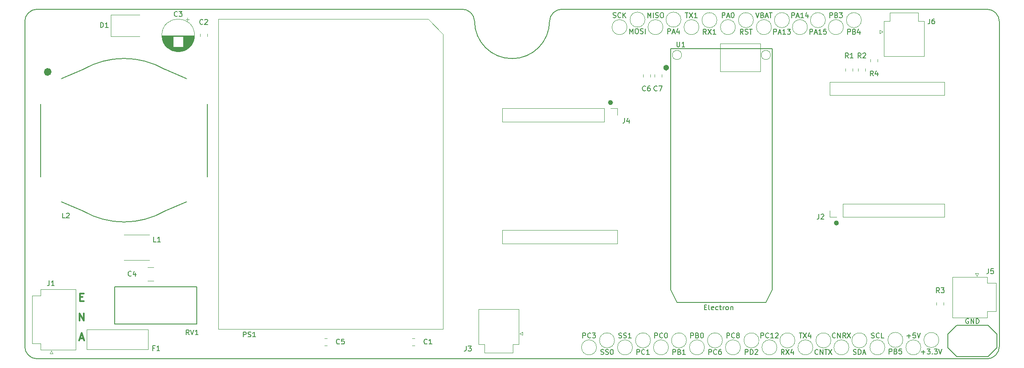
<source format=gbr>
%TF.GenerationSoftware,KiCad,Pcbnew,5.0.1*%
%TF.CreationDate,2018-10-23T16:01:19+11:00*%
%TF.ProjectId,FP1,4650312E6B696361645F706362000000,0.1*%
%TF.SameCoordinates,Original*%
%TF.FileFunction,Legend,Top*%
%TF.FilePolarity,Positive*%
%FSLAX46Y46*%
G04 Gerber Fmt 4.6, Leading zero omitted, Abs format (unit mm)*
G04 Created by KiCad (PCBNEW 5.0.1) date Tue 23 Oct 2018 04:01:19 PM AEDT*
%MOMM*%
%LPD*%
G01*
G04 APERTURE LIST*
%ADD10C,0.150000*%
%ADD11C,0.300000*%
%ADD12C,0.200000*%
%ADD13C,0.120000*%
%ADD14C,0.075000*%
%ADD15C,0.500000*%
%ADD16C,0.600000*%
%ADD17C,0.800000*%
%ADD18C,0.100000*%
G04 APERTURE END LIST*
D10*
X240100000Y-59500000D02*
G75*
G03X237599981Y-56999981I-2500019J0D01*
G01*
X237599981Y-127000019D02*
G75*
G03X240100000Y-124500000I0J2500019D01*
G01*
X45099981Y-124500000D02*
G75*
G03X47600000Y-127000019I2500019J0D01*
G01*
X45099981Y-59500000D02*
G75*
G02X47600000Y-56999981I2500019J0D01*
G01*
X135098002Y-59400080D02*
G75*
G03X132599981Y-56999981I-2498021J-99920D01*
G01*
X150101622Y-59409986D02*
G75*
G02X152600019Y-57000000I2498397J-90033D01*
G01*
D11*
X56158571Y-114632857D02*
X56658571Y-114632857D01*
X56872857Y-115418571D02*
X56158571Y-115418571D01*
X56158571Y-113918571D01*
X56872857Y-113918571D01*
X56051428Y-119378571D02*
X56051428Y-117878571D01*
X56908571Y-119378571D01*
X56908571Y-117878571D01*
X56122857Y-122910000D02*
X56837142Y-122910000D01*
X55980000Y-123338571D02*
X56480000Y-121838571D01*
X56980000Y-123338571D01*
D10*
X150100000Y-59400000D02*
G75*
G02X135100000Y-59400000I-7500000J0D01*
G01*
X237620000Y-57000000D02*
X152580000Y-57000000D01*
X45100000Y-124540000D02*
X45100000Y-59460000D01*
X47610000Y-57000000D02*
X132630000Y-57000000D01*
X240100000Y-124530000D02*
X240100000Y-59490000D01*
X47570000Y-127000000D02*
X237630000Y-127000000D01*
D12*
X229820000Y-122040000D02*
X231600000Y-120260000D01*
X231610000Y-126540000D02*
X229820000Y-124750000D01*
X231600000Y-120260000D02*
X237860000Y-120260000D01*
X239650000Y-124750000D02*
X237860000Y-126540000D01*
X239650000Y-122050000D02*
X239650000Y-124750000D01*
X237860000Y-126540000D02*
X231610000Y-126540000D01*
X237860000Y-120260000D02*
X239650000Y-122050000D01*
X229820000Y-124750000D02*
X229820000Y-122050000D01*
D13*
X235900000Y-109840000D02*
X235600000Y-110440000D01*
X235300000Y-109840000D02*
X235900000Y-109840000D01*
X235600000Y-110440000D02*
X235300000Y-109840000D01*
X230690000Y-118720000D02*
X230690000Y-110640000D01*
X237710000Y-118720000D02*
X230690000Y-118720000D01*
X237710000Y-117520000D02*
X237710000Y-118720000D01*
X239410000Y-117520000D02*
X237710000Y-117520000D01*
X239410000Y-111840000D02*
X239410000Y-117520000D01*
X237710000Y-111840000D02*
X239410000Y-111840000D01*
X237710000Y-110640000D02*
X237710000Y-111840000D01*
X230690000Y-110640000D02*
X237710000Y-110640000D01*
X216980000Y-66430000D02*
X216980000Y-59410000D01*
X216980000Y-59410000D02*
X218180000Y-59410000D01*
X218180000Y-59410000D02*
X218180000Y-57710000D01*
X218180000Y-57710000D02*
X223860000Y-57710000D01*
X223860000Y-57710000D02*
X223860000Y-59410000D01*
X223860000Y-59410000D02*
X225060000Y-59410000D01*
X225060000Y-59410000D02*
X225060000Y-66430000D01*
X225060000Y-66430000D02*
X216980000Y-66430000D01*
X216780000Y-61520000D02*
X216180000Y-61820000D01*
X216180000Y-61820000D02*
X216180000Y-61220000D01*
X216180000Y-61220000D02*
X216780000Y-61520000D01*
X227550000Y-115681422D02*
X227550000Y-116198578D01*
X228970000Y-115681422D02*
X228970000Y-116198578D01*
X215710000Y-67001422D02*
X215710000Y-67518578D01*
X214290000Y-67001422D02*
X214290000Y-67518578D01*
D14*
X57460000Y-125090000D02*
X57460000Y-121090000D01*
X69760000Y-121090000D02*
X69760000Y-125090000D01*
X69760000Y-121090000D02*
X57460000Y-121090000D01*
X69760000Y-125090000D02*
X57460000Y-125090000D01*
D15*
X162550000Y-75700000D02*
G75*
G03X162550000Y-75700000I-250000J0D01*
G01*
D13*
X140660000Y-101260000D02*
X140660000Y-103920000D01*
X163660000Y-103920000D02*
X140660000Y-103920000D01*
X163660000Y-101260000D02*
X140660000Y-101260000D01*
X163660000Y-101260000D02*
X163660000Y-103890000D01*
X161040000Y-76860000D02*
X161040000Y-79520000D01*
X161040000Y-76860000D02*
X140660000Y-76860000D01*
X161040000Y-79520000D02*
X140660000Y-79520000D01*
X140660000Y-76860000D02*
X140660000Y-79520000D01*
X163640000Y-76860000D02*
X163640000Y-78190000D01*
X162310000Y-76860000D02*
X163640000Y-76860000D01*
D16*
X173724429Y-68710000D02*
G75*
G03X173724429Y-68710000I-284429J0D01*
G01*
D14*
X194311358Y-66170000D02*
G75*
G03X194311358Y-66170000I-921358J0D01*
G01*
X176531358Y-66170000D02*
G75*
G03X176531358Y-66170000I-921358J0D01*
G01*
X184260000Y-63900000D02*
X192260000Y-63900000D01*
X184260000Y-63900000D02*
X184260000Y-69500000D01*
X184260000Y-69500000D02*
X192260000Y-69500000D01*
X192260000Y-63900000D02*
X192260000Y-69500000D01*
D10*
X174340000Y-64900000D02*
X194660000Y-64900000D01*
X174340000Y-64900000D02*
X174340000Y-113160000D01*
X194660000Y-64900000D02*
X194660000Y-113160000D01*
X175610000Y-115700000D02*
X193390000Y-115700000D01*
X174340000Y-113160000D02*
X175610000Y-115700000D01*
X194660000Y-113160000D02*
X193390000Y-115700000D01*
D15*
X207750000Y-99800000D02*
G75*
G03X207750000Y-99800000I-250000J0D01*
G01*
D13*
X229140000Y-74240000D02*
X229140000Y-71580000D01*
X206140000Y-71580000D02*
X229140000Y-71580000D01*
X206140000Y-74240000D02*
X229140000Y-74240000D01*
X206140000Y-74240000D02*
X206140000Y-71610000D01*
X208760000Y-98640000D02*
X208760000Y-95980000D01*
X208760000Y-98640000D02*
X229140000Y-98640000D01*
X208760000Y-95980000D02*
X229140000Y-95980000D01*
X229140000Y-98640000D02*
X229140000Y-95980000D01*
X206160000Y-98640000D02*
X206160000Y-97310000D01*
X207490000Y-98640000D02*
X206160000Y-98640000D01*
X177500000Y-123300000D02*
G75*
G03X177500000Y-123300000I-1500000J0D01*
G01*
X159500000Y-124700000D02*
G75*
G03X159500000Y-124700000I-1500000J0D01*
G01*
X181100000Y-124700000D02*
G75*
G03X181100000Y-124700000I-1500000J0D01*
G01*
X173900000Y-124700000D02*
G75*
G03X173900000Y-124700000I-1500000J0D01*
G01*
X188300000Y-124700000D02*
G75*
G03X188300000Y-124700000I-1500000J0D01*
G01*
X166700000Y-124700000D02*
G75*
G03X166700000Y-124700000I-1500000J0D01*
G01*
X170300000Y-123300000D02*
G75*
G03X170300000Y-123300000I-1500000J0D01*
G01*
X163100000Y-123300000D02*
G75*
G03X163100000Y-123300000I-1500000J0D01*
G01*
X184700000Y-123300000D02*
G75*
G03X184700000Y-123300000I-1500000J0D01*
G01*
X195600000Y-124700000D02*
G75*
G03X195600000Y-124700000I-1500000J0D01*
G01*
X199200000Y-123300000D02*
G75*
G03X199200000Y-123300000I-1500000J0D01*
G01*
X213600000Y-123300000D02*
G75*
G03X213600000Y-123300000I-1500000J0D01*
G01*
X210000000Y-124700000D02*
G75*
G03X210000000Y-124700000I-1500000J0D01*
G01*
X206400000Y-123300000D02*
G75*
G03X206400000Y-123300000I-1500000J0D01*
G01*
X217200000Y-124700000D02*
G75*
G03X217200000Y-124700000I-1500000J0D01*
G01*
X192000000Y-123300000D02*
G75*
G03X192000000Y-123300000I-1500000J0D01*
G01*
X202800000Y-124700000D02*
G75*
G03X202800000Y-124700000I-1500000J0D01*
G01*
X224400000Y-124700000D02*
G75*
G03X224400000Y-124700000I-1500000J0D01*
G01*
X220800000Y-123200000D02*
G75*
G03X220800000Y-123200000I-1500000J0D01*
G01*
X228000000Y-123220000D02*
G75*
G03X228000000Y-123220000I-1500000J0D01*
G01*
X208900000Y-60600000D02*
G75*
G03X208900000Y-60600000I-1500000J0D01*
G01*
X201700000Y-60600000D02*
G75*
G03X201700000Y-60600000I-1500000J0D01*
G01*
X212500000Y-59200000D02*
G75*
G03X212500000Y-59200000I-1500000J0D01*
G01*
X198100000Y-59200000D02*
G75*
G03X198100000Y-59200000I-1500000J0D01*
G01*
X205300000Y-59200000D02*
G75*
G03X205300000Y-59200000I-1500000J0D01*
G01*
X172800000Y-60600000D02*
G75*
G03X172800000Y-60600000I-1500000J0D01*
G01*
X169200000Y-59100000D02*
G75*
G03X169200000Y-59100000I-1500000J0D01*
G01*
X194500000Y-60600000D02*
G75*
G03X194500000Y-60600000I-1500000J0D01*
G01*
X190900000Y-59200000D02*
G75*
G03X190900000Y-59200000I-1500000J0D01*
G01*
X165600000Y-60600000D02*
G75*
G03X165600000Y-60600000I-1500000J0D01*
G01*
X176400000Y-59100000D02*
G75*
G03X176400000Y-59100000I-1500000J0D01*
G01*
X180000000Y-60600000D02*
G75*
G03X180000000Y-60600000I-1500000J0D01*
G01*
X183600000Y-59200000D02*
G75*
G03X183600000Y-59200000I-1500000J0D01*
G01*
X187300000Y-60600000D02*
G75*
G03X187300000Y-60600000I-1500000J0D01*
G01*
X77954000Y-59064759D02*
X77324000Y-59064759D01*
X77639000Y-58749759D02*
X77639000Y-59379759D01*
X76202000Y-65491000D02*
X75398000Y-65491000D01*
X76433000Y-65451000D02*
X75167000Y-65451000D01*
X76602000Y-65411000D02*
X74998000Y-65411000D01*
X76740000Y-65371000D02*
X74860000Y-65371000D01*
X76859000Y-65331000D02*
X74741000Y-65331000D01*
X76965000Y-65291000D02*
X74635000Y-65291000D01*
X77062000Y-65251000D02*
X74538000Y-65251000D01*
X77150000Y-65211000D02*
X74450000Y-65211000D01*
X77232000Y-65171000D02*
X74368000Y-65171000D01*
X77309000Y-65131000D02*
X74291000Y-65131000D01*
X77381000Y-65091000D02*
X74219000Y-65091000D01*
X77450000Y-65051000D02*
X74150000Y-65051000D01*
X77514000Y-65011000D02*
X74086000Y-65011000D01*
X77576000Y-64971000D02*
X74024000Y-64971000D01*
X77634000Y-64931000D02*
X73966000Y-64931000D01*
X77690000Y-64891000D02*
X73910000Y-64891000D01*
X77744000Y-64851000D02*
X73856000Y-64851000D01*
X77795000Y-64811000D02*
X73805000Y-64811000D01*
X77844000Y-64771000D02*
X73756000Y-64771000D01*
X77892000Y-64731000D02*
X73708000Y-64731000D01*
X77937000Y-64691000D02*
X73663000Y-64691000D01*
X77982000Y-64651000D02*
X73618000Y-64651000D01*
X78024000Y-64611000D02*
X73576000Y-64611000D01*
X78065000Y-64571000D02*
X73535000Y-64571000D01*
X74760000Y-64531000D02*
X73495000Y-64531000D01*
X78105000Y-64531000D02*
X76840000Y-64531000D01*
X74760000Y-64491000D02*
X73457000Y-64491000D01*
X78143000Y-64491000D02*
X76840000Y-64491000D01*
X74760000Y-64451000D02*
X73420000Y-64451000D01*
X78180000Y-64451000D02*
X76840000Y-64451000D01*
X74760000Y-64411000D02*
X73384000Y-64411000D01*
X78216000Y-64411000D02*
X76840000Y-64411000D01*
X74760000Y-64371000D02*
X73350000Y-64371000D01*
X78250000Y-64371000D02*
X76840000Y-64371000D01*
X74760000Y-64331000D02*
X73316000Y-64331000D01*
X78284000Y-64331000D02*
X76840000Y-64331000D01*
X74760000Y-64291000D02*
X73284000Y-64291000D01*
X78316000Y-64291000D02*
X76840000Y-64291000D01*
X74760000Y-64251000D02*
X73252000Y-64251000D01*
X78348000Y-64251000D02*
X76840000Y-64251000D01*
X74760000Y-64211000D02*
X73222000Y-64211000D01*
X78378000Y-64211000D02*
X76840000Y-64211000D01*
X74760000Y-64171000D02*
X73193000Y-64171000D01*
X78407000Y-64171000D02*
X76840000Y-64171000D01*
X74760000Y-64131000D02*
X73164000Y-64131000D01*
X78436000Y-64131000D02*
X76840000Y-64131000D01*
X74760000Y-64091000D02*
X73136000Y-64091000D01*
X78464000Y-64091000D02*
X76840000Y-64091000D01*
X74760000Y-64051000D02*
X73110000Y-64051000D01*
X78490000Y-64051000D02*
X76840000Y-64051000D01*
X74760000Y-64011000D02*
X73084000Y-64011000D01*
X78516000Y-64011000D02*
X76840000Y-64011000D01*
X74760000Y-63971000D02*
X73058000Y-63971000D01*
X78542000Y-63971000D02*
X76840000Y-63971000D01*
X74760000Y-63931000D02*
X73034000Y-63931000D01*
X78566000Y-63931000D02*
X76840000Y-63931000D01*
X74760000Y-63891000D02*
X73010000Y-63891000D01*
X78590000Y-63891000D02*
X76840000Y-63891000D01*
X74760000Y-63851000D02*
X72988000Y-63851000D01*
X78612000Y-63851000D02*
X76840000Y-63851000D01*
X74760000Y-63811000D02*
X72966000Y-63811000D01*
X78634000Y-63811000D02*
X76840000Y-63811000D01*
X74760000Y-63771000D02*
X72944000Y-63771000D01*
X78656000Y-63771000D02*
X76840000Y-63771000D01*
X74760000Y-63731000D02*
X72924000Y-63731000D01*
X78676000Y-63731000D02*
X76840000Y-63731000D01*
X74760000Y-63691000D02*
X72904000Y-63691000D01*
X78696000Y-63691000D02*
X76840000Y-63691000D01*
X74760000Y-63651000D02*
X72884000Y-63651000D01*
X78716000Y-63651000D02*
X76840000Y-63651000D01*
X74760000Y-63611000D02*
X72866000Y-63611000D01*
X78734000Y-63611000D02*
X76840000Y-63611000D01*
X74760000Y-63571000D02*
X72848000Y-63571000D01*
X78752000Y-63571000D02*
X76840000Y-63571000D01*
X74760000Y-63531000D02*
X72830000Y-63531000D01*
X78770000Y-63531000D02*
X76840000Y-63531000D01*
X74760000Y-63491000D02*
X72814000Y-63491000D01*
X78786000Y-63491000D02*
X76840000Y-63491000D01*
X74760000Y-63451000D02*
X72798000Y-63451000D01*
X78802000Y-63451000D02*
X76840000Y-63451000D01*
X74760000Y-63411000D02*
X72782000Y-63411000D01*
X78818000Y-63411000D02*
X76840000Y-63411000D01*
X74760000Y-63371000D02*
X72767000Y-63371000D01*
X78833000Y-63371000D02*
X76840000Y-63371000D01*
X74760000Y-63331000D02*
X72753000Y-63331000D01*
X78847000Y-63331000D02*
X76840000Y-63331000D01*
X74760000Y-63291000D02*
X72739000Y-63291000D01*
X78861000Y-63291000D02*
X76840000Y-63291000D01*
X74760000Y-63251000D02*
X72726000Y-63251000D01*
X78874000Y-63251000D02*
X76840000Y-63251000D01*
X74760000Y-63211000D02*
X72714000Y-63211000D01*
X78886000Y-63211000D02*
X76840000Y-63211000D01*
X74760000Y-63171000D02*
X72702000Y-63171000D01*
X78898000Y-63171000D02*
X76840000Y-63171000D01*
X74760000Y-63131000D02*
X72690000Y-63131000D01*
X78910000Y-63131000D02*
X76840000Y-63131000D01*
X74760000Y-63091000D02*
X72679000Y-63091000D01*
X78921000Y-63091000D02*
X76840000Y-63091000D01*
X74760000Y-63051000D02*
X72669000Y-63051000D01*
X78931000Y-63051000D02*
X76840000Y-63051000D01*
X74760000Y-63011000D02*
X72659000Y-63011000D01*
X78941000Y-63011000D02*
X76840000Y-63011000D01*
X74760000Y-62971000D02*
X72650000Y-62971000D01*
X78950000Y-62971000D02*
X76840000Y-62971000D01*
X74760000Y-62930000D02*
X72641000Y-62930000D01*
X78959000Y-62930000D02*
X76840000Y-62930000D01*
X74760000Y-62890000D02*
X72633000Y-62890000D01*
X78967000Y-62890000D02*
X76840000Y-62890000D01*
X74760000Y-62850000D02*
X72625000Y-62850000D01*
X78975000Y-62850000D02*
X76840000Y-62850000D01*
X74760000Y-62810000D02*
X72618000Y-62810000D01*
X78982000Y-62810000D02*
X76840000Y-62810000D01*
X74760000Y-62770000D02*
X72611000Y-62770000D01*
X78989000Y-62770000D02*
X76840000Y-62770000D01*
X74760000Y-62730000D02*
X72605000Y-62730000D01*
X78995000Y-62730000D02*
X76840000Y-62730000D01*
X74760000Y-62690000D02*
X72599000Y-62690000D01*
X79001000Y-62690000D02*
X76840000Y-62690000D01*
X74760000Y-62650000D02*
X72594000Y-62650000D01*
X79006000Y-62650000D02*
X76840000Y-62650000D01*
X74760000Y-62610000D02*
X72589000Y-62610000D01*
X79011000Y-62610000D02*
X76840000Y-62610000D01*
X74760000Y-62570000D02*
X72585000Y-62570000D01*
X79015000Y-62570000D02*
X76840000Y-62570000D01*
X74760000Y-62530000D02*
X72582000Y-62530000D01*
X79018000Y-62530000D02*
X76840000Y-62530000D01*
X74760000Y-62490000D02*
X72578000Y-62490000D01*
X79022000Y-62490000D02*
X76840000Y-62490000D01*
X79024000Y-62450000D02*
X72576000Y-62450000D01*
X79027000Y-62410000D02*
X72573000Y-62410000D01*
X79028000Y-62370000D02*
X72572000Y-62370000D01*
X79030000Y-62330000D02*
X72570000Y-62330000D01*
X79030000Y-62290000D02*
X72570000Y-62290000D01*
X79030000Y-62250000D02*
X72570000Y-62250000D01*
X79070000Y-62250000D02*
G75*
G03X79070000Y-62250000I-3270000J0D01*
G01*
D10*
X79550000Y-120050000D02*
X79550000Y-112550000D01*
X79550000Y-112550000D02*
X63050000Y-112550000D01*
X79550000Y-120050000D02*
X63050000Y-120050000D01*
X63050000Y-120050000D02*
X63050000Y-112550000D01*
D13*
X143950000Y-117030000D02*
X143950000Y-124050000D01*
X143950000Y-124050000D02*
X142750000Y-124050000D01*
X142750000Y-124050000D02*
X142750000Y-125750000D01*
X142750000Y-125750000D02*
X137070000Y-125750000D01*
X137070000Y-125750000D02*
X137070000Y-124050000D01*
X137070000Y-124050000D02*
X135870000Y-124050000D01*
X135870000Y-124050000D02*
X135870000Y-117030000D01*
X135870000Y-117030000D02*
X143950000Y-117030000D01*
X144150000Y-121940000D02*
X144750000Y-121640000D01*
X144750000Y-121640000D02*
X144750000Y-122240000D01*
X144750000Y-122240000D02*
X144150000Y-121940000D01*
D12*
X81660000Y-75970000D02*
X81660000Y-90570000D01*
X48260000Y-90570000D02*
X48260000Y-75970000D01*
X56760000Y-69067183D02*
G75*
G02X64960000Y-66870000I8200000J-14202817D01*
G01*
X73160000Y-69067183D02*
G75*
G03X64960000Y-66870000I-8200000J-14202817D01*
G01*
X56970000Y-68980000D02*
X52460000Y-70940000D01*
X72960000Y-68970000D02*
X77460000Y-70940000D01*
X73160000Y-97402817D02*
G75*
G02X64960000Y-99600000I-8200000J14202817D01*
G01*
X56960000Y-97500000D02*
X52460000Y-95530000D01*
X72950000Y-97490000D02*
X77460000Y-95530000D01*
X56760000Y-97402817D02*
G75*
G03X64960000Y-99600000I8200000J14202817D01*
G01*
D17*
X50085000Y-69570000D02*
G75*
G03X50085000Y-69570000I-400000J0D01*
G01*
D18*
X128800000Y-62000000D02*
X125800000Y-59000000D01*
X83800000Y-121000000D02*
X83800000Y-59000000D01*
X125800000Y-59000000D02*
X83800000Y-59000000D01*
X128800000Y-121000000D02*
X128800000Y-62000000D01*
X83800000Y-121000000D02*
X128800000Y-121000000D01*
D13*
X80190000Y-61941422D02*
X80190000Y-62458578D01*
X81610000Y-61941422D02*
X81610000Y-62458578D01*
X105091422Y-124300000D02*
X105608578Y-124300000D01*
X105091422Y-122880000D02*
X105608578Y-122880000D01*
X168850000Y-70101422D02*
X168850000Y-70618578D01*
X170270000Y-70101422D02*
X170270000Y-70618578D01*
X171150000Y-70101422D02*
X171150000Y-70618578D01*
X172570000Y-70101422D02*
X172570000Y-70618578D01*
X123128578Y-122880000D02*
X122611422Y-122880000D01*
X123128578Y-124300000D02*
X122611422Y-124300000D01*
X70912064Y-108640000D02*
X69707936Y-108640000D01*
X70912064Y-111360000D02*
X69707936Y-111360000D01*
X50100000Y-125960000D02*
X50400000Y-125360000D01*
X50700000Y-125960000D02*
X50100000Y-125960000D01*
X50400000Y-125360000D02*
X50700000Y-125960000D01*
X55310000Y-113120000D02*
X55310000Y-125160000D01*
X48290000Y-113120000D02*
X55310000Y-113120000D01*
X48290000Y-114320000D02*
X48290000Y-113120000D01*
X46590000Y-114320000D02*
X48290000Y-114320000D01*
X46590000Y-123960000D02*
X46590000Y-114320000D01*
X48290000Y-123960000D02*
X46590000Y-123960000D01*
X48290000Y-125160000D02*
X48290000Y-123960000D01*
X55310000Y-125160000D02*
X48290000Y-125160000D01*
X62350000Y-58150000D02*
X68050000Y-58150000D01*
X62350000Y-62450000D02*
X68050000Y-62450000D01*
X62350000Y-58150000D02*
X62350000Y-62450000D01*
X70050000Y-107270000D02*
X64950000Y-107270000D01*
X70050000Y-102170000D02*
X64950000Y-102170000D01*
X211870000Y-68881422D02*
X211870000Y-69398578D01*
X213290000Y-68881422D02*
X213290000Y-69398578D01*
X209340000Y-68881422D02*
X209340000Y-69398578D01*
X210760000Y-68881422D02*
X210760000Y-69398578D01*
D10*
X233938095Y-118990000D02*
X233842857Y-118942380D01*
X233700000Y-118942380D01*
X233557142Y-118990000D01*
X233461904Y-119085238D01*
X233414285Y-119180476D01*
X233366666Y-119370952D01*
X233366666Y-119513809D01*
X233414285Y-119704285D01*
X233461904Y-119799523D01*
X233557142Y-119894761D01*
X233700000Y-119942380D01*
X233795238Y-119942380D01*
X233938095Y-119894761D01*
X233985714Y-119847142D01*
X233985714Y-119513809D01*
X233795238Y-119513809D01*
X234414285Y-119942380D02*
X234414285Y-118942380D01*
X234985714Y-119942380D01*
X234985714Y-118942380D01*
X235461904Y-119942380D02*
X235461904Y-118942380D01*
X235700000Y-118942380D01*
X235842857Y-118990000D01*
X235938095Y-119085238D01*
X235985714Y-119180476D01*
X236033333Y-119370952D01*
X236033333Y-119513809D01*
X235985714Y-119704285D01*
X235938095Y-119799523D01*
X235842857Y-119894761D01*
X235700000Y-119942380D01*
X235461904Y-119942380D01*
X237956666Y-108952380D02*
X237956666Y-109666666D01*
X237909047Y-109809523D01*
X237813809Y-109904761D01*
X237670952Y-109952380D01*
X237575714Y-109952380D01*
X238909047Y-108952380D02*
X238432857Y-108952380D01*
X238385238Y-109428571D01*
X238432857Y-109380952D01*
X238528095Y-109333333D01*
X238766190Y-109333333D01*
X238861428Y-109380952D01*
X238909047Y-109428571D01*
X238956666Y-109523809D01*
X238956666Y-109761904D01*
X238909047Y-109857142D01*
X238861428Y-109904761D01*
X238766190Y-109952380D01*
X238528095Y-109952380D01*
X238432857Y-109904761D01*
X238385238Y-109857142D01*
X226176666Y-58952380D02*
X226176666Y-59666666D01*
X226129047Y-59809523D01*
X226033809Y-59904761D01*
X225890952Y-59952380D01*
X225795714Y-59952380D01*
X227081428Y-58952380D02*
X226890952Y-58952380D01*
X226795714Y-59000000D01*
X226748095Y-59047619D01*
X226652857Y-59190476D01*
X226605238Y-59380952D01*
X226605238Y-59761904D01*
X226652857Y-59857142D01*
X226700476Y-59904761D01*
X226795714Y-59952380D01*
X226986190Y-59952380D01*
X227081428Y-59904761D01*
X227129047Y-59857142D01*
X227176666Y-59761904D01*
X227176666Y-59523809D01*
X227129047Y-59428571D01*
X227081428Y-59380952D01*
X226986190Y-59333333D01*
X226795714Y-59333333D01*
X226700476Y-59380952D01*
X226652857Y-59428571D01*
X226605238Y-59523809D01*
X228123333Y-113772380D02*
X227790000Y-113296190D01*
X227551904Y-113772380D02*
X227551904Y-112772380D01*
X227932857Y-112772380D01*
X228028095Y-112820000D01*
X228075714Y-112867619D01*
X228123333Y-112962857D01*
X228123333Y-113105714D01*
X228075714Y-113200952D01*
X228028095Y-113248571D01*
X227932857Y-113296190D01*
X227551904Y-113296190D01*
X228456666Y-112772380D02*
X229075714Y-112772380D01*
X228742380Y-113153333D01*
X228885238Y-113153333D01*
X228980476Y-113200952D01*
X229028095Y-113248571D01*
X229075714Y-113343809D01*
X229075714Y-113581904D01*
X229028095Y-113677142D01*
X228980476Y-113724761D01*
X228885238Y-113772380D01*
X228599523Y-113772380D01*
X228504285Y-113724761D01*
X228456666Y-113677142D01*
X214883333Y-70352380D02*
X214550000Y-69876190D01*
X214311904Y-70352380D02*
X214311904Y-69352380D01*
X214692857Y-69352380D01*
X214788095Y-69400000D01*
X214835714Y-69447619D01*
X214883333Y-69542857D01*
X214883333Y-69685714D01*
X214835714Y-69780952D01*
X214788095Y-69828571D01*
X214692857Y-69876190D01*
X214311904Y-69876190D01*
X215740476Y-69685714D02*
X215740476Y-70352380D01*
X215502380Y-69304761D02*
X215264285Y-70019047D01*
X215883333Y-70019047D01*
X71046666Y-124808571D02*
X70713333Y-124808571D01*
X70713333Y-125332380D02*
X70713333Y-124332380D01*
X71189523Y-124332380D01*
X72094285Y-125332380D02*
X71522857Y-125332380D01*
X71808571Y-125332380D02*
X71808571Y-124332380D01*
X71713333Y-124475238D01*
X71618095Y-124570476D01*
X71522857Y-124618095D01*
X165116666Y-78822380D02*
X165116666Y-79536666D01*
X165069047Y-79679523D01*
X164973809Y-79774761D01*
X164830952Y-79822380D01*
X164735714Y-79822380D01*
X166021428Y-79155714D02*
X166021428Y-79822380D01*
X165783333Y-78774761D02*
X165545238Y-79489047D01*
X166164285Y-79489047D01*
X175588095Y-63527380D02*
X175588095Y-64336904D01*
X175635714Y-64432142D01*
X175683333Y-64479761D01*
X175778571Y-64527380D01*
X175969047Y-64527380D01*
X176064285Y-64479761D01*
X176111904Y-64432142D01*
X176159523Y-64336904D01*
X176159523Y-63527380D01*
X177159523Y-64527380D02*
X176588095Y-64527380D01*
X176873809Y-64527380D02*
X176873809Y-63527380D01*
X176778571Y-63670238D01*
X176683333Y-63765476D01*
X176588095Y-63813095D01*
X181091666Y-116653571D02*
X181425000Y-116653571D01*
X181567857Y-117177380D02*
X181091666Y-117177380D01*
X181091666Y-116177380D01*
X181567857Y-116177380D01*
X182139285Y-117177380D02*
X182044047Y-117129761D01*
X181996428Y-117034523D01*
X181996428Y-116177380D01*
X182901190Y-117129761D02*
X182805952Y-117177380D01*
X182615476Y-117177380D01*
X182520238Y-117129761D01*
X182472619Y-117034523D01*
X182472619Y-116653571D01*
X182520238Y-116558333D01*
X182615476Y-116510714D01*
X182805952Y-116510714D01*
X182901190Y-116558333D01*
X182948809Y-116653571D01*
X182948809Y-116748809D01*
X182472619Y-116844047D01*
X183805952Y-117129761D02*
X183710714Y-117177380D01*
X183520238Y-117177380D01*
X183425000Y-117129761D01*
X183377380Y-117082142D01*
X183329761Y-116986904D01*
X183329761Y-116701190D01*
X183377380Y-116605952D01*
X183425000Y-116558333D01*
X183520238Y-116510714D01*
X183710714Y-116510714D01*
X183805952Y-116558333D01*
X184091666Y-116510714D02*
X184472619Y-116510714D01*
X184234523Y-116177380D02*
X184234523Y-117034523D01*
X184282142Y-117129761D01*
X184377380Y-117177380D01*
X184472619Y-117177380D01*
X184805952Y-117177380D02*
X184805952Y-116510714D01*
X184805952Y-116701190D02*
X184853571Y-116605952D01*
X184901190Y-116558333D01*
X184996428Y-116510714D01*
X185091666Y-116510714D01*
X185567857Y-117177380D02*
X185472619Y-117129761D01*
X185425000Y-117082142D01*
X185377380Y-116986904D01*
X185377380Y-116701190D01*
X185425000Y-116605952D01*
X185472619Y-116558333D01*
X185567857Y-116510714D01*
X185710714Y-116510714D01*
X185805952Y-116558333D01*
X185853571Y-116605952D01*
X185901190Y-116701190D01*
X185901190Y-116986904D01*
X185853571Y-117082142D01*
X185805952Y-117129761D01*
X185710714Y-117177380D01*
X185567857Y-117177380D01*
X186329761Y-116510714D02*
X186329761Y-117177380D01*
X186329761Y-116605952D02*
X186377380Y-116558333D01*
X186472619Y-116510714D01*
X186615476Y-116510714D01*
X186710714Y-116558333D01*
X186758333Y-116653571D01*
X186758333Y-117177380D01*
X203986666Y-98032380D02*
X203986666Y-98746666D01*
X203939047Y-98889523D01*
X203843809Y-98984761D01*
X203700952Y-99032380D01*
X203605714Y-99032380D01*
X204415238Y-98127619D02*
X204462857Y-98080000D01*
X204558095Y-98032380D01*
X204796190Y-98032380D01*
X204891428Y-98080000D01*
X204939047Y-98127619D01*
X204986666Y-98222857D01*
X204986666Y-98318095D01*
X204939047Y-98460952D01*
X204367619Y-99032380D01*
X204986666Y-99032380D01*
X174761904Y-126102380D02*
X174761904Y-125102380D01*
X175142857Y-125102380D01*
X175238095Y-125150000D01*
X175285714Y-125197619D01*
X175333333Y-125292857D01*
X175333333Y-125435714D01*
X175285714Y-125530952D01*
X175238095Y-125578571D01*
X175142857Y-125626190D01*
X174761904Y-125626190D01*
X176095238Y-125578571D02*
X176238095Y-125626190D01*
X176285714Y-125673809D01*
X176333333Y-125769047D01*
X176333333Y-125911904D01*
X176285714Y-126007142D01*
X176238095Y-126054761D01*
X176142857Y-126102380D01*
X175761904Y-126102380D01*
X175761904Y-125102380D01*
X176095238Y-125102380D01*
X176190476Y-125150000D01*
X176238095Y-125197619D01*
X176285714Y-125292857D01*
X176285714Y-125388095D01*
X176238095Y-125483333D01*
X176190476Y-125530952D01*
X176095238Y-125578571D01*
X175761904Y-125578571D01*
X177285714Y-126102380D02*
X176714285Y-126102380D01*
X177000000Y-126102380D02*
X177000000Y-125102380D01*
X176904761Y-125245238D01*
X176809523Y-125340476D01*
X176714285Y-125388095D01*
X156761904Y-122802380D02*
X156761904Y-121802380D01*
X157142857Y-121802380D01*
X157238095Y-121850000D01*
X157285714Y-121897619D01*
X157333333Y-121992857D01*
X157333333Y-122135714D01*
X157285714Y-122230952D01*
X157238095Y-122278571D01*
X157142857Y-122326190D01*
X156761904Y-122326190D01*
X158333333Y-122707142D02*
X158285714Y-122754761D01*
X158142857Y-122802380D01*
X158047619Y-122802380D01*
X157904761Y-122754761D01*
X157809523Y-122659523D01*
X157761904Y-122564285D01*
X157714285Y-122373809D01*
X157714285Y-122230952D01*
X157761904Y-122040476D01*
X157809523Y-121945238D01*
X157904761Y-121850000D01*
X158047619Y-121802380D01*
X158142857Y-121802380D01*
X158285714Y-121850000D01*
X158333333Y-121897619D01*
X158666666Y-121802380D02*
X159285714Y-121802380D01*
X158952380Y-122183333D01*
X159095238Y-122183333D01*
X159190476Y-122230952D01*
X159238095Y-122278571D01*
X159285714Y-122373809D01*
X159285714Y-122611904D01*
X159238095Y-122707142D01*
X159190476Y-122754761D01*
X159095238Y-122802380D01*
X158809523Y-122802380D01*
X158714285Y-122754761D01*
X158666666Y-122707142D01*
X178361904Y-122802380D02*
X178361904Y-121802380D01*
X178742857Y-121802380D01*
X178838095Y-121850000D01*
X178885714Y-121897619D01*
X178933333Y-121992857D01*
X178933333Y-122135714D01*
X178885714Y-122230952D01*
X178838095Y-122278571D01*
X178742857Y-122326190D01*
X178361904Y-122326190D01*
X179695238Y-122278571D02*
X179838095Y-122326190D01*
X179885714Y-122373809D01*
X179933333Y-122469047D01*
X179933333Y-122611904D01*
X179885714Y-122707142D01*
X179838095Y-122754761D01*
X179742857Y-122802380D01*
X179361904Y-122802380D01*
X179361904Y-121802380D01*
X179695238Y-121802380D01*
X179790476Y-121850000D01*
X179838095Y-121897619D01*
X179885714Y-121992857D01*
X179885714Y-122088095D01*
X179838095Y-122183333D01*
X179790476Y-122230952D01*
X179695238Y-122278571D01*
X179361904Y-122278571D01*
X180552380Y-121802380D02*
X180647619Y-121802380D01*
X180742857Y-121850000D01*
X180790476Y-121897619D01*
X180838095Y-121992857D01*
X180885714Y-122183333D01*
X180885714Y-122421428D01*
X180838095Y-122611904D01*
X180790476Y-122707142D01*
X180742857Y-122754761D01*
X180647619Y-122802380D01*
X180552380Y-122802380D01*
X180457142Y-122754761D01*
X180409523Y-122707142D01*
X180361904Y-122611904D01*
X180314285Y-122421428D01*
X180314285Y-122183333D01*
X180361904Y-121992857D01*
X180409523Y-121897619D01*
X180457142Y-121850000D01*
X180552380Y-121802380D01*
X171161904Y-122802380D02*
X171161904Y-121802380D01*
X171542857Y-121802380D01*
X171638095Y-121850000D01*
X171685714Y-121897619D01*
X171733333Y-121992857D01*
X171733333Y-122135714D01*
X171685714Y-122230952D01*
X171638095Y-122278571D01*
X171542857Y-122326190D01*
X171161904Y-122326190D01*
X172733333Y-122707142D02*
X172685714Y-122754761D01*
X172542857Y-122802380D01*
X172447619Y-122802380D01*
X172304761Y-122754761D01*
X172209523Y-122659523D01*
X172161904Y-122564285D01*
X172114285Y-122373809D01*
X172114285Y-122230952D01*
X172161904Y-122040476D01*
X172209523Y-121945238D01*
X172304761Y-121850000D01*
X172447619Y-121802380D01*
X172542857Y-121802380D01*
X172685714Y-121850000D01*
X172733333Y-121897619D01*
X173352380Y-121802380D02*
X173447619Y-121802380D01*
X173542857Y-121850000D01*
X173590476Y-121897619D01*
X173638095Y-121992857D01*
X173685714Y-122183333D01*
X173685714Y-122421428D01*
X173638095Y-122611904D01*
X173590476Y-122707142D01*
X173542857Y-122754761D01*
X173447619Y-122802380D01*
X173352380Y-122802380D01*
X173257142Y-122754761D01*
X173209523Y-122707142D01*
X173161904Y-122611904D01*
X173114285Y-122421428D01*
X173114285Y-122183333D01*
X173161904Y-121992857D01*
X173209523Y-121897619D01*
X173257142Y-121850000D01*
X173352380Y-121802380D01*
X185561904Y-122802380D02*
X185561904Y-121802380D01*
X185942857Y-121802380D01*
X186038095Y-121850000D01*
X186085714Y-121897619D01*
X186133333Y-121992857D01*
X186133333Y-122135714D01*
X186085714Y-122230952D01*
X186038095Y-122278571D01*
X185942857Y-122326190D01*
X185561904Y-122326190D01*
X187133333Y-122707142D02*
X187085714Y-122754761D01*
X186942857Y-122802380D01*
X186847619Y-122802380D01*
X186704761Y-122754761D01*
X186609523Y-122659523D01*
X186561904Y-122564285D01*
X186514285Y-122373809D01*
X186514285Y-122230952D01*
X186561904Y-122040476D01*
X186609523Y-121945238D01*
X186704761Y-121850000D01*
X186847619Y-121802380D01*
X186942857Y-121802380D01*
X187085714Y-121850000D01*
X187133333Y-121897619D01*
X187704761Y-122230952D02*
X187609523Y-122183333D01*
X187561904Y-122135714D01*
X187514285Y-122040476D01*
X187514285Y-121992857D01*
X187561904Y-121897619D01*
X187609523Y-121850000D01*
X187704761Y-121802380D01*
X187895238Y-121802380D01*
X187990476Y-121850000D01*
X188038095Y-121897619D01*
X188085714Y-121992857D01*
X188085714Y-122040476D01*
X188038095Y-122135714D01*
X187990476Y-122183333D01*
X187895238Y-122230952D01*
X187704761Y-122230952D01*
X187609523Y-122278571D01*
X187561904Y-122326190D01*
X187514285Y-122421428D01*
X187514285Y-122611904D01*
X187561904Y-122707142D01*
X187609523Y-122754761D01*
X187704761Y-122802380D01*
X187895238Y-122802380D01*
X187990476Y-122754761D01*
X188038095Y-122707142D01*
X188085714Y-122611904D01*
X188085714Y-122421428D01*
X188038095Y-122326190D01*
X187990476Y-122278571D01*
X187895238Y-122230952D01*
X163961904Y-122754761D02*
X164104761Y-122802380D01*
X164342857Y-122802380D01*
X164438095Y-122754761D01*
X164485714Y-122707142D01*
X164533333Y-122611904D01*
X164533333Y-122516666D01*
X164485714Y-122421428D01*
X164438095Y-122373809D01*
X164342857Y-122326190D01*
X164152380Y-122278571D01*
X164057142Y-122230952D01*
X164009523Y-122183333D01*
X163961904Y-122088095D01*
X163961904Y-121992857D01*
X164009523Y-121897619D01*
X164057142Y-121850000D01*
X164152380Y-121802380D01*
X164390476Y-121802380D01*
X164533333Y-121850000D01*
X164914285Y-122754761D02*
X165057142Y-122802380D01*
X165295238Y-122802380D01*
X165390476Y-122754761D01*
X165438095Y-122707142D01*
X165485714Y-122611904D01*
X165485714Y-122516666D01*
X165438095Y-122421428D01*
X165390476Y-122373809D01*
X165295238Y-122326190D01*
X165104761Y-122278571D01*
X165009523Y-122230952D01*
X164961904Y-122183333D01*
X164914285Y-122088095D01*
X164914285Y-121992857D01*
X164961904Y-121897619D01*
X165009523Y-121850000D01*
X165104761Y-121802380D01*
X165342857Y-121802380D01*
X165485714Y-121850000D01*
X166438095Y-122802380D02*
X165866666Y-122802380D01*
X166152380Y-122802380D02*
X166152380Y-121802380D01*
X166057142Y-121945238D01*
X165961904Y-122040476D01*
X165866666Y-122088095D01*
X167561904Y-126102380D02*
X167561904Y-125102380D01*
X167942857Y-125102380D01*
X168038095Y-125150000D01*
X168085714Y-125197619D01*
X168133333Y-125292857D01*
X168133333Y-125435714D01*
X168085714Y-125530952D01*
X168038095Y-125578571D01*
X167942857Y-125626190D01*
X167561904Y-125626190D01*
X169133333Y-126007142D02*
X169085714Y-126054761D01*
X168942857Y-126102380D01*
X168847619Y-126102380D01*
X168704761Y-126054761D01*
X168609523Y-125959523D01*
X168561904Y-125864285D01*
X168514285Y-125673809D01*
X168514285Y-125530952D01*
X168561904Y-125340476D01*
X168609523Y-125245238D01*
X168704761Y-125150000D01*
X168847619Y-125102380D01*
X168942857Y-125102380D01*
X169085714Y-125150000D01*
X169133333Y-125197619D01*
X170085714Y-126102380D02*
X169514285Y-126102380D01*
X169800000Y-126102380D02*
X169800000Y-125102380D01*
X169704761Y-125245238D01*
X169609523Y-125340476D01*
X169514285Y-125388095D01*
X160361904Y-126054761D02*
X160504761Y-126102380D01*
X160742857Y-126102380D01*
X160838095Y-126054761D01*
X160885714Y-126007142D01*
X160933333Y-125911904D01*
X160933333Y-125816666D01*
X160885714Y-125721428D01*
X160838095Y-125673809D01*
X160742857Y-125626190D01*
X160552380Y-125578571D01*
X160457142Y-125530952D01*
X160409523Y-125483333D01*
X160361904Y-125388095D01*
X160361904Y-125292857D01*
X160409523Y-125197619D01*
X160457142Y-125150000D01*
X160552380Y-125102380D01*
X160790476Y-125102380D01*
X160933333Y-125150000D01*
X161314285Y-126054761D02*
X161457142Y-126102380D01*
X161695238Y-126102380D01*
X161790476Y-126054761D01*
X161838095Y-126007142D01*
X161885714Y-125911904D01*
X161885714Y-125816666D01*
X161838095Y-125721428D01*
X161790476Y-125673809D01*
X161695238Y-125626190D01*
X161504761Y-125578571D01*
X161409523Y-125530952D01*
X161361904Y-125483333D01*
X161314285Y-125388095D01*
X161314285Y-125292857D01*
X161361904Y-125197619D01*
X161409523Y-125150000D01*
X161504761Y-125102380D01*
X161742857Y-125102380D01*
X161885714Y-125150000D01*
X162504761Y-125102380D02*
X162600000Y-125102380D01*
X162695238Y-125150000D01*
X162742857Y-125197619D01*
X162790476Y-125292857D01*
X162838095Y-125483333D01*
X162838095Y-125721428D01*
X162790476Y-125911904D01*
X162742857Y-126007142D01*
X162695238Y-126054761D01*
X162600000Y-126102380D01*
X162504761Y-126102380D01*
X162409523Y-126054761D01*
X162361904Y-126007142D01*
X162314285Y-125911904D01*
X162266666Y-125721428D01*
X162266666Y-125483333D01*
X162314285Y-125292857D01*
X162361904Y-125197619D01*
X162409523Y-125150000D01*
X162504761Y-125102380D01*
X181961904Y-126102380D02*
X181961904Y-125102380D01*
X182342857Y-125102380D01*
X182438095Y-125150000D01*
X182485714Y-125197619D01*
X182533333Y-125292857D01*
X182533333Y-125435714D01*
X182485714Y-125530952D01*
X182438095Y-125578571D01*
X182342857Y-125626190D01*
X181961904Y-125626190D01*
X183533333Y-126007142D02*
X183485714Y-126054761D01*
X183342857Y-126102380D01*
X183247619Y-126102380D01*
X183104761Y-126054761D01*
X183009523Y-125959523D01*
X182961904Y-125864285D01*
X182914285Y-125673809D01*
X182914285Y-125530952D01*
X182961904Y-125340476D01*
X183009523Y-125245238D01*
X183104761Y-125150000D01*
X183247619Y-125102380D01*
X183342857Y-125102380D01*
X183485714Y-125150000D01*
X183533333Y-125197619D01*
X184390476Y-125102380D02*
X184200000Y-125102380D01*
X184104761Y-125150000D01*
X184057142Y-125197619D01*
X183961904Y-125340476D01*
X183914285Y-125530952D01*
X183914285Y-125911904D01*
X183961904Y-126007142D01*
X184009523Y-126054761D01*
X184104761Y-126102380D01*
X184295238Y-126102380D01*
X184390476Y-126054761D01*
X184438095Y-126007142D01*
X184485714Y-125911904D01*
X184485714Y-125673809D01*
X184438095Y-125578571D01*
X184390476Y-125530952D01*
X184295238Y-125483333D01*
X184104761Y-125483333D01*
X184009523Y-125530952D01*
X183961904Y-125578571D01*
X183914285Y-125673809D01*
X192385714Y-122802380D02*
X192385714Y-121802380D01*
X192766666Y-121802380D01*
X192861904Y-121850000D01*
X192909523Y-121897619D01*
X192957142Y-121992857D01*
X192957142Y-122135714D01*
X192909523Y-122230952D01*
X192861904Y-122278571D01*
X192766666Y-122326190D01*
X192385714Y-122326190D01*
X193957142Y-122707142D02*
X193909523Y-122754761D01*
X193766666Y-122802380D01*
X193671428Y-122802380D01*
X193528571Y-122754761D01*
X193433333Y-122659523D01*
X193385714Y-122564285D01*
X193338095Y-122373809D01*
X193338095Y-122230952D01*
X193385714Y-122040476D01*
X193433333Y-121945238D01*
X193528571Y-121850000D01*
X193671428Y-121802380D01*
X193766666Y-121802380D01*
X193909523Y-121850000D01*
X193957142Y-121897619D01*
X194909523Y-122802380D02*
X194338095Y-122802380D01*
X194623809Y-122802380D02*
X194623809Y-121802380D01*
X194528571Y-121945238D01*
X194433333Y-122040476D01*
X194338095Y-122088095D01*
X195290476Y-121897619D02*
X195338095Y-121850000D01*
X195433333Y-121802380D01*
X195671428Y-121802380D01*
X195766666Y-121850000D01*
X195814285Y-121897619D01*
X195861904Y-121992857D01*
X195861904Y-122088095D01*
X195814285Y-122230952D01*
X195242857Y-122802380D01*
X195861904Y-122802380D01*
X197057142Y-126102380D02*
X196723809Y-125626190D01*
X196485714Y-126102380D02*
X196485714Y-125102380D01*
X196866666Y-125102380D01*
X196961904Y-125150000D01*
X197009523Y-125197619D01*
X197057142Y-125292857D01*
X197057142Y-125435714D01*
X197009523Y-125530952D01*
X196961904Y-125578571D01*
X196866666Y-125626190D01*
X196485714Y-125626190D01*
X197390476Y-125102380D02*
X198057142Y-126102380D01*
X198057142Y-125102380D02*
X197390476Y-126102380D01*
X198866666Y-125435714D02*
X198866666Y-126102380D01*
X198628571Y-125054761D02*
X198390476Y-125769047D01*
X199009523Y-125769047D01*
X210885714Y-126054761D02*
X211028571Y-126102380D01*
X211266666Y-126102380D01*
X211361904Y-126054761D01*
X211409523Y-126007142D01*
X211457142Y-125911904D01*
X211457142Y-125816666D01*
X211409523Y-125721428D01*
X211361904Y-125673809D01*
X211266666Y-125626190D01*
X211076190Y-125578571D01*
X210980952Y-125530952D01*
X210933333Y-125483333D01*
X210885714Y-125388095D01*
X210885714Y-125292857D01*
X210933333Y-125197619D01*
X210980952Y-125150000D01*
X211076190Y-125102380D01*
X211314285Y-125102380D01*
X211457142Y-125150000D01*
X211885714Y-126102380D02*
X211885714Y-125102380D01*
X212123809Y-125102380D01*
X212266666Y-125150000D01*
X212361904Y-125245238D01*
X212409523Y-125340476D01*
X212457142Y-125530952D01*
X212457142Y-125673809D01*
X212409523Y-125864285D01*
X212361904Y-125959523D01*
X212266666Y-126054761D01*
X212123809Y-126102380D01*
X211885714Y-126102380D01*
X212838095Y-125816666D02*
X213314285Y-125816666D01*
X212742857Y-126102380D02*
X213076190Y-125102380D01*
X213409523Y-126102380D01*
X207309523Y-122707142D02*
X207261904Y-122754761D01*
X207119047Y-122802380D01*
X207023809Y-122802380D01*
X206880952Y-122754761D01*
X206785714Y-122659523D01*
X206738095Y-122564285D01*
X206690476Y-122373809D01*
X206690476Y-122230952D01*
X206738095Y-122040476D01*
X206785714Y-121945238D01*
X206880952Y-121850000D01*
X207023809Y-121802380D01*
X207119047Y-121802380D01*
X207261904Y-121850000D01*
X207309523Y-121897619D01*
X207738095Y-122802380D02*
X207738095Y-121802380D01*
X208309523Y-122802380D01*
X208309523Y-121802380D01*
X209357142Y-122802380D02*
X209023809Y-122326190D01*
X208785714Y-122802380D02*
X208785714Y-121802380D01*
X209166666Y-121802380D01*
X209261904Y-121850000D01*
X209309523Y-121897619D01*
X209357142Y-121992857D01*
X209357142Y-122135714D01*
X209309523Y-122230952D01*
X209261904Y-122278571D01*
X209166666Y-122326190D01*
X208785714Y-122326190D01*
X209690476Y-121802380D02*
X210357142Y-122802380D01*
X210357142Y-121802380D02*
X209690476Y-122802380D01*
X203818571Y-126007142D02*
X203770952Y-126054761D01*
X203628095Y-126102380D01*
X203532857Y-126102380D01*
X203390000Y-126054761D01*
X203294761Y-125959523D01*
X203247142Y-125864285D01*
X203199523Y-125673809D01*
X203199523Y-125530952D01*
X203247142Y-125340476D01*
X203294761Y-125245238D01*
X203390000Y-125150000D01*
X203532857Y-125102380D01*
X203628095Y-125102380D01*
X203770952Y-125150000D01*
X203818571Y-125197619D01*
X204247142Y-126102380D02*
X204247142Y-125102380D01*
X204818571Y-126102380D01*
X204818571Y-125102380D01*
X205151904Y-125102380D02*
X205723333Y-125102380D01*
X205437619Y-126102380D02*
X205437619Y-125102380D01*
X205961428Y-125102380D02*
X206628095Y-126102380D01*
X206628095Y-125102380D02*
X205961428Y-126102380D01*
X214509523Y-122754761D02*
X214652380Y-122802380D01*
X214890476Y-122802380D01*
X214985714Y-122754761D01*
X215033333Y-122707142D01*
X215080952Y-122611904D01*
X215080952Y-122516666D01*
X215033333Y-122421428D01*
X214985714Y-122373809D01*
X214890476Y-122326190D01*
X214700000Y-122278571D01*
X214604761Y-122230952D01*
X214557142Y-122183333D01*
X214509523Y-122088095D01*
X214509523Y-121992857D01*
X214557142Y-121897619D01*
X214604761Y-121850000D01*
X214700000Y-121802380D01*
X214938095Y-121802380D01*
X215080952Y-121850000D01*
X216080952Y-122707142D02*
X216033333Y-122754761D01*
X215890476Y-122802380D01*
X215795238Y-122802380D01*
X215652380Y-122754761D01*
X215557142Y-122659523D01*
X215509523Y-122564285D01*
X215461904Y-122373809D01*
X215461904Y-122230952D01*
X215509523Y-122040476D01*
X215557142Y-121945238D01*
X215652380Y-121850000D01*
X215795238Y-121802380D01*
X215890476Y-121802380D01*
X216033333Y-121850000D01*
X216080952Y-121897619D01*
X216985714Y-122802380D02*
X216509523Y-122802380D01*
X216509523Y-121802380D01*
X189261904Y-126102380D02*
X189261904Y-125102380D01*
X189642857Y-125102380D01*
X189738095Y-125150000D01*
X189785714Y-125197619D01*
X189833333Y-125292857D01*
X189833333Y-125435714D01*
X189785714Y-125530952D01*
X189738095Y-125578571D01*
X189642857Y-125626190D01*
X189261904Y-125626190D01*
X190261904Y-126102380D02*
X190261904Y-125102380D01*
X190500000Y-125102380D01*
X190642857Y-125150000D01*
X190738095Y-125245238D01*
X190785714Y-125340476D01*
X190833333Y-125530952D01*
X190833333Y-125673809D01*
X190785714Y-125864285D01*
X190738095Y-125959523D01*
X190642857Y-126054761D01*
X190500000Y-126102380D01*
X190261904Y-126102380D01*
X191214285Y-125197619D02*
X191261904Y-125150000D01*
X191357142Y-125102380D01*
X191595238Y-125102380D01*
X191690476Y-125150000D01*
X191738095Y-125197619D01*
X191785714Y-125292857D01*
X191785714Y-125388095D01*
X191738095Y-125530952D01*
X191166666Y-126102380D01*
X191785714Y-126102380D01*
X200061904Y-121802380D02*
X200633333Y-121802380D01*
X200347619Y-122802380D02*
X200347619Y-121802380D01*
X200871428Y-121802380D02*
X201538095Y-122802380D01*
X201538095Y-121802380D02*
X200871428Y-122802380D01*
X202347619Y-122135714D02*
X202347619Y-122802380D01*
X202109523Y-121754761D02*
X201871428Y-122469047D01*
X202490476Y-122469047D01*
X221614285Y-122421428D02*
X222376190Y-122421428D01*
X221995238Y-122802380D02*
X221995238Y-122040476D01*
X223328571Y-121802380D02*
X222852380Y-121802380D01*
X222804761Y-122278571D01*
X222852380Y-122230952D01*
X222947619Y-122183333D01*
X223185714Y-122183333D01*
X223280952Y-122230952D01*
X223328571Y-122278571D01*
X223376190Y-122373809D01*
X223376190Y-122611904D01*
X223328571Y-122707142D01*
X223280952Y-122754761D01*
X223185714Y-122802380D01*
X222947619Y-122802380D01*
X222852380Y-122754761D01*
X222804761Y-122707142D01*
X223661904Y-121802380D02*
X223995238Y-122802380D01*
X224328571Y-121802380D01*
X218061904Y-126002380D02*
X218061904Y-125002380D01*
X218442857Y-125002380D01*
X218538095Y-125050000D01*
X218585714Y-125097619D01*
X218633333Y-125192857D01*
X218633333Y-125335714D01*
X218585714Y-125430952D01*
X218538095Y-125478571D01*
X218442857Y-125526190D01*
X218061904Y-125526190D01*
X219395238Y-125478571D02*
X219538095Y-125526190D01*
X219585714Y-125573809D01*
X219633333Y-125669047D01*
X219633333Y-125811904D01*
X219585714Y-125907142D01*
X219538095Y-125954761D01*
X219442857Y-126002380D01*
X219061904Y-126002380D01*
X219061904Y-125002380D01*
X219395238Y-125002380D01*
X219490476Y-125050000D01*
X219538095Y-125097619D01*
X219585714Y-125192857D01*
X219585714Y-125288095D01*
X219538095Y-125383333D01*
X219490476Y-125430952D01*
X219395238Y-125478571D01*
X219061904Y-125478571D01*
X220538095Y-125002380D02*
X220061904Y-125002380D01*
X220014285Y-125478571D01*
X220061904Y-125430952D01*
X220157142Y-125383333D01*
X220395238Y-125383333D01*
X220490476Y-125430952D01*
X220538095Y-125478571D01*
X220585714Y-125573809D01*
X220585714Y-125811904D01*
X220538095Y-125907142D01*
X220490476Y-125954761D01*
X220395238Y-126002380D01*
X220157142Y-126002380D01*
X220061904Y-125954761D01*
X220014285Y-125907142D01*
X224500000Y-125641428D02*
X225261904Y-125641428D01*
X224880952Y-126022380D02*
X224880952Y-125260476D01*
X225642857Y-125022380D02*
X226261904Y-125022380D01*
X225928571Y-125403333D01*
X226071428Y-125403333D01*
X226166666Y-125450952D01*
X226214285Y-125498571D01*
X226261904Y-125593809D01*
X226261904Y-125831904D01*
X226214285Y-125927142D01*
X226166666Y-125974761D01*
X226071428Y-126022380D01*
X225785714Y-126022380D01*
X225690476Y-125974761D01*
X225642857Y-125927142D01*
X226690476Y-125927142D02*
X226738095Y-125974761D01*
X226690476Y-126022380D01*
X226642857Y-125974761D01*
X226690476Y-125927142D01*
X226690476Y-126022380D01*
X227071428Y-125022380D02*
X227690476Y-125022380D01*
X227357142Y-125403333D01*
X227500000Y-125403333D01*
X227595238Y-125450952D01*
X227642857Y-125498571D01*
X227690476Y-125593809D01*
X227690476Y-125831904D01*
X227642857Y-125927142D01*
X227595238Y-125974761D01*
X227500000Y-126022380D01*
X227214285Y-126022380D01*
X227119047Y-125974761D01*
X227071428Y-125927142D01*
X227976190Y-125022380D02*
X228309523Y-126022380D01*
X228642857Y-125022380D01*
X206161904Y-58702380D02*
X206161904Y-57702380D01*
X206542857Y-57702380D01*
X206638095Y-57750000D01*
X206685714Y-57797619D01*
X206733333Y-57892857D01*
X206733333Y-58035714D01*
X206685714Y-58130952D01*
X206638095Y-58178571D01*
X206542857Y-58226190D01*
X206161904Y-58226190D01*
X207495238Y-58178571D02*
X207638095Y-58226190D01*
X207685714Y-58273809D01*
X207733333Y-58369047D01*
X207733333Y-58511904D01*
X207685714Y-58607142D01*
X207638095Y-58654761D01*
X207542857Y-58702380D01*
X207161904Y-58702380D01*
X207161904Y-57702380D01*
X207495238Y-57702380D01*
X207590476Y-57750000D01*
X207638095Y-57797619D01*
X207685714Y-57892857D01*
X207685714Y-57988095D01*
X207638095Y-58083333D01*
X207590476Y-58130952D01*
X207495238Y-58178571D01*
X207161904Y-58178571D01*
X208066666Y-57702380D02*
X208685714Y-57702380D01*
X208352380Y-58083333D01*
X208495238Y-58083333D01*
X208590476Y-58130952D01*
X208638095Y-58178571D01*
X208685714Y-58273809D01*
X208685714Y-58511904D01*
X208638095Y-58607142D01*
X208590476Y-58654761D01*
X208495238Y-58702380D01*
X208209523Y-58702380D01*
X208114285Y-58654761D01*
X208066666Y-58607142D01*
X198557142Y-58702380D02*
X198557142Y-57702380D01*
X198938095Y-57702380D01*
X199033333Y-57750000D01*
X199080952Y-57797619D01*
X199128571Y-57892857D01*
X199128571Y-58035714D01*
X199080952Y-58130952D01*
X199033333Y-58178571D01*
X198938095Y-58226190D01*
X198557142Y-58226190D01*
X199509523Y-58416666D02*
X199985714Y-58416666D01*
X199414285Y-58702380D02*
X199747619Y-57702380D01*
X200080952Y-58702380D01*
X200938095Y-58702380D02*
X200366666Y-58702380D01*
X200652380Y-58702380D02*
X200652380Y-57702380D01*
X200557142Y-57845238D01*
X200461904Y-57940476D01*
X200366666Y-57988095D01*
X201795238Y-58035714D02*
X201795238Y-58702380D01*
X201557142Y-57654761D02*
X201319047Y-58369047D01*
X201938095Y-58369047D01*
X209761904Y-62002380D02*
X209761904Y-61002380D01*
X210142857Y-61002380D01*
X210238095Y-61050000D01*
X210285714Y-61097619D01*
X210333333Y-61192857D01*
X210333333Y-61335714D01*
X210285714Y-61430952D01*
X210238095Y-61478571D01*
X210142857Y-61526190D01*
X209761904Y-61526190D01*
X211095238Y-61478571D02*
X211238095Y-61526190D01*
X211285714Y-61573809D01*
X211333333Y-61669047D01*
X211333333Y-61811904D01*
X211285714Y-61907142D01*
X211238095Y-61954761D01*
X211142857Y-62002380D01*
X210761904Y-62002380D01*
X210761904Y-61002380D01*
X211095238Y-61002380D01*
X211190476Y-61050000D01*
X211238095Y-61097619D01*
X211285714Y-61192857D01*
X211285714Y-61288095D01*
X211238095Y-61383333D01*
X211190476Y-61430952D01*
X211095238Y-61478571D01*
X210761904Y-61478571D01*
X212190476Y-61335714D02*
X212190476Y-62002380D01*
X211952380Y-60954761D02*
X211714285Y-61669047D01*
X212333333Y-61669047D01*
X194957142Y-62002380D02*
X194957142Y-61002380D01*
X195338095Y-61002380D01*
X195433333Y-61050000D01*
X195480952Y-61097619D01*
X195528571Y-61192857D01*
X195528571Y-61335714D01*
X195480952Y-61430952D01*
X195433333Y-61478571D01*
X195338095Y-61526190D01*
X194957142Y-61526190D01*
X195909523Y-61716666D02*
X196385714Y-61716666D01*
X195814285Y-62002380D02*
X196147619Y-61002380D01*
X196480952Y-62002380D01*
X197338095Y-62002380D02*
X196766666Y-62002380D01*
X197052380Y-62002380D02*
X197052380Y-61002380D01*
X196957142Y-61145238D01*
X196861904Y-61240476D01*
X196766666Y-61288095D01*
X197671428Y-61002380D02*
X198290476Y-61002380D01*
X197957142Y-61383333D01*
X198100000Y-61383333D01*
X198195238Y-61430952D01*
X198242857Y-61478571D01*
X198290476Y-61573809D01*
X198290476Y-61811904D01*
X198242857Y-61907142D01*
X198195238Y-61954761D01*
X198100000Y-62002380D01*
X197814285Y-62002380D01*
X197719047Y-61954761D01*
X197671428Y-61907142D01*
X202157142Y-62002380D02*
X202157142Y-61002380D01*
X202538095Y-61002380D01*
X202633333Y-61050000D01*
X202680952Y-61097619D01*
X202728571Y-61192857D01*
X202728571Y-61335714D01*
X202680952Y-61430952D01*
X202633333Y-61478571D01*
X202538095Y-61526190D01*
X202157142Y-61526190D01*
X203109523Y-61716666D02*
X203585714Y-61716666D01*
X203014285Y-62002380D02*
X203347619Y-61002380D01*
X203680952Y-62002380D01*
X204538095Y-62002380D02*
X203966666Y-62002380D01*
X204252380Y-62002380D02*
X204252380Y-61002380D01*
X204157142Y-61145238D01*
X204061904Y-61240476D01*
X203966666Y-61288095D01*
X205442857Y-61002380D02*
X204966666Y-61002380D01*
X204919047Y-61478571D01*
X204966666Y-61430952D01*
X205061904Y-61383333D01*
X205300000Y-61383333D01*
X205395238Y-61430952D01*
X205442857Y-61478571D01*
X205490476Y-61573809D01*
X205490476Y-61811904D01*
X205442857Y-61907142D01*
X205395238Y-61954761D01*
X205300000Y-62002380D01*
X205061904Y-62002380D01*
X204966666Y-61954761D01*
X204919047Y-61907142D01*
X169738571Y-58702380D02*
X169738571Y-57702380D01*
X170071904Y-58416666D01*
X170405238Y-57702380D01*
X170405238Y-58702380D01*
X170881428Y-58702380D02*
X170881428Y-57702380D01*
X171310000Y-58654761D02*
X171452857Y-58702380D01*
X171690952Y-58702380D01*
X171786190Y-58654761D01*
X171833809Y-58607142D01*
X171881428Y-58511904D01*
X171881428Y-58416666D01*
X171833809Y-58321428D01*
X171786190Y-58273809D01*
X171690952Y-58226190D01*
X171500476Y-58178571D01*
X171405238Y-58130952D01*
X171357619Y-58083333D01*
X171310000Y-57988095D01*
X171310000Y-57892857D01*
X171357619Y-57797619D01*
X171405238Y-57750000D01*
X171500476Y-57702380D01*
X171738571Y-57702380D01*
X171881428Y-57750000D01*
X172500476Y-57702380D02*
X172690952Y-57702380D01*
X172786190Y-57750000D01*
X172881428Y-57845238D01*
X172929047Y-58035714D01*
X172929047Y-58369047D01*
X172881428Y-58559523D01*
X172786190Y-58654761D01*
X172690952Y-58702380D01*
X172500476Y-58702380D01*
X172405238Y-58654761D01*
X172310000Y-58559523D01*
X172262380Y-58369047D01*
X172262380Y-58035714D01*
X172310000Y-57845238D01*
X172405238Y-57750000D01*
X172500476Y-57702380D01*
X166128571Y-61902380D02*
X166128571Y-60902380D01*
X166461904Y-61616666D01*
X166795238Y-60902380D01*
X166795238Y-61902380D01*
X167461904Y-60902380D02*
X167652380Y-60902380D01*
X167747619Y-60950000D01*
X167842857Y-61045238D01*
X167890476Y-61235714D01*
X167890476Y-61569047D01*
X167842857Y-61759523D01*
X167747619Y-61854761D01*
X167652380Y-61902380D01*
X167461904Y-61902380D01*
X167366666Y-61854761D01*
X167271428Y-61759523D01*
X167223809Y-61569047D01*
X167223809Y-61235714D01*
X167271428Y-61045238D01*
X167366666Y-60950000D01*
X167461904Y-60902380D01*
X168271428Y-61854761D02*
X168414285Y-61902380D01*
X168652380Y-61902380D01*
X168747619Y-61854761D01*
X168795238Y-61807142D01*
X168842857Y-61711904D01*
X168842857Y-61616666D01*
X168795238Y-61521428D01*
X168747619Y-61473809D01*
X168652380Y-61426190D01*
X168461904Y-61378571D01*
X168366666Y-61330952D01*
X168319047Y-61283333D01*
X168271428Y-61188095D01*
X168271428Y-61092857D01*
X168319047Y-60997619D01*
X168366666Y-60950000D01*
X168461904Y-60902380D01*
X168700000Y-60902380D01*
X168842857Y-60950000D01*
X169271428Y-61902380D02*
X169271428Y-60902380D01*
X191357142Y-57702380D02*
X191690476Y-58702380D01*
X192023809Y-57702380D01*
X192690476Y-58178571D02*
X192833333Y-58226190D01*
X192880952Y-58273809D01*
X192928571Y-58369047D01*
X192928571Y-58511904D01*
X192880952Y-58607142D01*
X192833333Y-58654761D01*
X192738095Y-58702380D01*
X192357142Y-58702380D01*
X192357142Y-57702380D01*
X192690476Y-57702380D01*
X192785714Y-57750000D01*
X192833333Y-57797619D01*
X192880952Y-57892857D01*
X192880952Y-57988095D01*
X192833333Y-58083333D01*
X192785714Y-58130952D01*
X192690476Y-58178571D01*
X192357142Y-58178571D01*
X193309523Y-58416666D02*
X193785714Y-58416666D01*
X193214285Y-58702380D02*
X193547619Y-57702380D01*
X193880952Y-58702380D01*
X194071428Y-57702380D02*
X194642857Y-57702380D01*
X194357142Y-58702380D02*
X194357142Y-57702380D01*
X188852380Y-62002380D02*
X188519047Y-61526190D01*
X188280952Y-62002380D02*
X188280952Y-61002380D01*
X188661904Y-61002380D01*
X188757142Y-61050000D01*
X188804761Y-61097619D01*
X188852380Y-61192857D01*
X188852380Y-61335714D01*
X188804761Y-61430952D01*
X188757142Y-61478571D01*
X188661904Y-61526190D01*
X188280952Y-61526190D01*
X189233333Y-61954761D02*
X189376190Y-62002380D01*
X189614285Y-62002380D01*
X189709523Y-61954761D01*
X189757142Y-61907142D01*
X189804761Y-61811904D01*
X189804761Y-61716666D01*
X189757142Y-61621428D01*
X189709523Y-61573809D01*
X189614285Y-61526190D01*
X189423809Y-61478571D01*
X189328571Y-61430952D01*
X189280952Y-61383333D01*
X189233333Y-61288095D01*
X189233333Y-61192857D01*
X189280952Y-61097619D01*
X189328571Y-61050000D01*
X189423809Y-61002380D01*
X189661904Y-61002380D01*
X189804761Y-61050000D01*
X190090476Y-61002380D02*
X190661904Y-61002380D01*
X190376190Y-62002380D02*
X190376190Y-61002380D01*
X162814285Y-58654761D02*
X162957142Y-58702380D01*
X163195238Y-58702380D01*
X163290476Y-58654761D01*
X163338095Y-58607142D01*
X163385714Y-58511904D01*
X163385714Y-58416666D01*
X163338095Y-58321428D01*
X163290476Y-58273809D01*
X163195238Y-58226190D01*
X163004761Y-58178571D01*
X162909523Y-58130952D01*
X162861904Y-58083333D01*
X162814285Y-57988095D01*
X162814285Y-57892857D01*
X162861904Y-57797619D01*
X162909523Y-57750000D01*
X163004761Y-57702380D01*
X163242857Y-57702380D01*
X163385714Y-57750000D01*
X164385714Y-58607142D02*
X164338095Y-58654761D01*
X164195238Y-58702380D01*
X164100000Y-58702380D01*
X163957142Y-58654761D01*
X163861904Y-58559523D01*
X163814285Y-58464285D01*
X163766666Y-58273809D01*
X163766666Y-58130952D01*
X163814285Y-57940476D01*
X163861904Y-57845238D01*
X163957142Y-57750000D01*
X164100000Y-57702380D01*
X164195238Y-57702380D01*
X164338095Y-57750000D01*
X164385714Y-57797619D01*
X164814285Y-58702380D02*
X164814285Y-57702380D01*
X165385714Y-58702380D02*
X164957142Y-58130952D01*
X165385714Y-57702380D02*
X164814285Y-58273809D01*
X173733333Y-61902380D02*
X173733333Y-60902380D01*
X174114285Y-60902380D01*
X174209523Y-60950000D01*
X174257142Y-60997619D01*
X174304761Y-61092857D01*
X174304761Y-61235714D01*
X174257142Y-61330952D01*
X174209523Y-61378571D01*
X174114285Y-61426190D01*
X173733333Y-61426190D01*
X174685714Y-61616666D02*
X175161904Y-61616666D01*
X174590476Y-61902380D02*
X174923809Y-60902380D01*
X175257142Y-61902380D01*
X176019047Y-61235714D02*
X176019047Y-61902380D01*
X175780952Y-60854761D02*
X175542857Y-61569047D01*
X176161904Y-61569047D01*
X177261904Y-57702380D02*
X177833333Y-57702380D01*
X177547619Y-58702380D02*
X177547619Y-57702380D01*
X178071428Y-57702380D02*
X178738095Y-58702380D01*
X178738095Y-57702380D02*
X178071428Y-58702380D01*
X179642857Y-58702380D02*
X179071428Y-58702380D01*
X179357142Y-58702380D02*
X179357142Y-57702380D01*
X179261904Y-57845238D01*
X179166666Y-57940476D01*
X179071428Y-57988095D01*
X181457142Y-62002380D02*
X181123809Y-61526190D01*
X180885714Y-62002380D02*
X180885714Y-61002380D01*
X181266666Y-61002380D01*
X181361904Y-61050000D01*
X181409523Y-61097619D01*
X181457142Y-61192857D01*
X181457142Y-61335714D01*
X181409523Y-61430952D01*
X181361904Y-61478571D01*
X181266666Y-61526190D01*
X180885714Y-61526190D01*
X181790476Y-61002380D02*
X182457142Y-62002380D01*
X182457142Y-61002380D02*
X181790476Y-62002380D01*
X183361904Y-62002380D02*
X182790476Y-62002380D01*
X183076190Y-62002380D02*
X183076190Y-61002380D01*
X182980952Y-61145238D01*
X182885714Y-61240476D01*
X182790476Y-61288095D01*
X184633333Y-58702380D02*
X184633333Y-57702380D01*
X185014285Y-57702380D01*
X185109523Y-57750000D01*
X185157142Y-57797619D01*
X185204761Y-57892857D01*
X185204761Y-58035714D01*
X185157142Y-58130952D01*
X185109523Y-58178571D01*
X185014285Y-58226190D01*
X184633333Y-58226190D01*
X185585714Y-58416666D02*
X186061904Y-58416666D01*
X185490476Y-58702380D02*
X185823809Y-57702380D01*
X186157142Y-58702380D01*
X186680952Y-57702380D02*
X186776190Y-57702380D01*
X186871428Y-57750000D01*
X186919047Y-57797619D01*
X186966666Y-57892857D01*
X187014285Y-58083333D01*
X187014285Y-58321428D01*
X186966666Y-58511904D01*
X186919047Y-58607142D01*
X186871428Y-58654761D01*
X186776190Y-58702380D01*
X186680952Y-58702380D01*
X186585714Y-58654761D01*
X186538095Y-58607142D01*
X186490476Y-58511904D01*
X186442857Y-58321428D01*
X186442857Y-58083333D01*
X186490476Y-57892857D01*
X186538095Y-57797619D01*
X186585714Y-57750000D01*
X186680952Y-57702380D01*
X75633333Y-58357142D02*
X75585714Y-58404761D01*
X75442857Y-58452380D01*
X75347619Y-58452380D01*
X75204761Y-58404761D01*
X75109523Y-58309523D01*
X75061904Y-58214285D01*
X75014285Y-58023809D01*
X75014285Y-57880952D01*
X75061904Y-57690476D01*
X75109523Y-57595238D01*
X75204761Y-57500000D01*
X75347619Y-57452380D01*
X75442857Y-57452380D01*
X75585714Y-57500000D01*
X75633333Y-57547619D01*
X75966666Y-57452380D02*
X76585714Y-57452380D01*
X76252380Y-57833333D01*
X76395238Y-57833333D01*
X76490476Y-57880952D01*
X76538095Y-57928571D01*
X76585714Y-58023809D01*
X76585714Y-58261904D01*
X76538095Y-58357142D01*
X76490476Y-58404761D01*
X76395238Y-58452380D01*
X76109523Y-58452380D01*
X76014285Y-58404761D01*
X75966666Y-58357142D01*
X77994761Y-122172380D02*
X77661428Y-121696190D01*
X77423333Y-122172380D02*
X77423333Y-121172380D01*
X77804285Y-121172380D01*
X77899523Y-121220000D01*
X77947142Y-121267619D01*
X77994761Y-121362857D01*
X77994761Y-121505714D01*
X77947142Y-121600952D01*
X77899523Y-121648571D01*
X77804285Y-121696190D01*
X77423333Y-121696190D01*
X78280476Y-121172380D02*
X78613809Y-122172380D01*
X78947142Y-121172380D01*
X79804285Y-122172380D02*
X79232857Y-122172380D01*
X79518571Y-122172380D02*
X79518571Y-121172380D01*
X79423333Y-121315238D01*
X79328095Y-121410476D01*
X79232857Y-121458095D01*
X133446666Y-124442380D02*
X133446666Y-125156666D01*
X133399047Y-125299523D01*
X133303809Y-125394761D01*
X133160952Y-125442380D01*
X133065714Y-125442380D01*
X133827619Y-124442380D02*
X134446666Y-124442380D01*
X134113333Y-124823333D01*
X134256190Y-124823333D01*
X134351428Y-124870952D01*
X134399047Y-124918571D01*
X134446666Y-125013809D01*
X134446666Y-125251904D01*
X134399047Y-125347142D01*
X134351428Y-125394761D01*
X134256190Y-125442380D01*
X133970476Y-125442380D01*
X133875238Y-125394761D01*
X133827619Y-125347142D01*
X53153333Y-98802380D02*
X52677142Y-98802380D01*
X52677142Y-97802380D01*
X53439047Y-97897619D02*
X53486666Y-97850000D01*
X53581904Y-97802380D01*
X53820000Y-97802380D01*
X53915238Y-97850000D01*
X53962857Y-97897619D01*
X54010476Y-97992857D01*
X54010476Y-98088095D01*
X53962857Y-98230952D01*
X53391428Y-98802380D01*
X54010476Y-98802380D01*
X88810714Y-122602380D02*
X88810714Y-121602380D01*
X89191666Y-121602380D01*
X89286904Y-121650000D01*
X89334523Y-121697619D01*
X89382142Y-121792857D01*
X89382142Y-121935714D01*
X89334523Y-122030952D01*
X89286904Y-122078571D01*
X89191666Y-122126190D01*
X88810714Y-122126190D01*
X89763095Y-122554761D02*
X89905952Y-122602380D01*
X90144047Y-122602380D01*
X90239285Y-122554761D01*
X90286904Y-122507142D01*
X90334523Y-122411904D01*
X90334523Y-122316666D01*
X90286904Y-122221428D01*
X90239285Y-122173809D01*
X90144047Y-122126190D01*
X89953571Y-122078571D01*
X89858333Y-122030952D01*
X89810714Y-121983333D01*
X89763095Y-121888095D01*
X89763095Y-121792857D01*
X89810714Y-121697619D01*
X89858333Y-121650000D01*
X89953571Y-121602380D01*
X90191666Y-121602380D01*
X90334523Y-121650000D01*
X91286904Y-122602380D02*
X90715476Y-122602380D01*
X91001190Y-122602380D02*
X91001190Y-121602380D01*
X90905952Y-121745238D01*
X90810714Y-121840476D01*
X90715476Y-121888095D01*
X80733333Y-59957142D02*
X80685714Y-60004761D01*
X80542857Y-60052380D01*
X80447619Y-60052380D01*
X80304761Y-60004761D01*
X80209523Y-59909523D01*
X80161904Y-59814285D01*
X80114285Y-59623809D01*
X80114285Y-59480952D01*
X80161904Y-59290476D01*
X80209523Y-59195238D01*
X80304761Y-59100000D01*
X80447619Y-59052380D01*
X80542857Y-59052380D01*
X80685714Y-59100000D01*
X80733333Y-59147619D01*
X81114285Y-59147619D02*
X81161904Y-59100000D01*
X81257142Y-59052380D01*
X81495238Y-59052380D01*
X81590476Y-59100000D01*
X81638095Y-59147619D01*
X81685714Y-59242857D01*
X81685714Y-59338095D01*
X81638095Y-59480952D01*
X81066666Y-60052380D01*
X81685714Y-60052380D01*
X108083333Y-123947142D02*
X108035714Y-123994761D01*
X107892857Y-124042380D01*
X107797619Y-124042380D01*
X107654761Y-123994761D01*
X107559523Y-123899523D01*
X107511904Y-123804285D01*
X107464285Y-123613809D01*
X107464285Y-123470952D01*
X107511904Y-123280476D01*
X107559523Y-123185238D01*
X107654761Y-123090000D01*
X107797619Y-123042380D01*
X107892857Y-123042380D01*
X108035714Y-123090000D01*
X108083333Y-123137619D01*
X108988095Y-123042380D02*
X108511904Y-123042380D01*
X108464285Y-123518571D01*
X108511904Y-123470952D01*
X108607142Y-123423333D01*
X108845238Y-123423333D01*
X108940476Y-123470952D01*
X108988095Y-123518571D01*
X109035714Y-123613809D01*
X109035714Y-123851904D01*
X108988095Y-123947142D01*
X108940476Y-123994761D01*
X108845238Y-124042380D01*
X108607142Y-124042380D01*
X108511904Y-123994761D01*
X108464285Y-123947142D01*
X169313333Y-73267142D02*
X169265714Y-73314761D01*
X169122857Y-73362380D01*
X169027619Y-73362380D01*
X168884761Y-73314761D01*
X168789523Y-73219523D01*
X168741904Y-73124285D01*
X168694285Y-72933809D01*
X168694285Y-72790952D01*
X168741904Y-72600476D01*
X168789523Y-72505238D01*
X168884761Y-72410000D01*
X169027619Y-72362380D01*
X169122857Y-72362380D01*
X169265714Y-72410000D01*
X169313333Y-72457619D01*
X170170476Y-72362380D02*
X169980000Y-72362380D01*
X169884761Y-72410000D01*
X169837142Y-72457619D01*
X169741904Y-72600476D01*
X169694285Y-72790952D01*
X169694285Y-73171904D01*
X169741904Y-73267142D01*
X169789523Y-73314761D01*
X169884761Y-73362380D01*
X170075238Y-73362380D01*
X170170476Y-73314761D01*
X170218095Y-73267142D01*
X170265714Y-73171904D01*
X170265714Y-72933809D01*
X170218095Y-72838571D01*
X170170476Y-72790952D01*
X170075238Y-72743333D01*
X169884761Y-72743333D01*
X169789523Y-72790952D01*
X169741904Y-72838571D01*
X169694285Y-72933809D01*
X171613333Y-73267142D02*
X171565714Y-73314761D01*
X171422857Y-73362380D01*
X171327619Y-73362380D01*
X171184761Y-73314761D01*
X171089523Y-73219523D01*
X171041904Y-73124285D01*
X170994285Y-72933809D01*
X170994285Y-72790952D01*
X171041904Y-72600476D01*
X171089523Y-72505238D01*
X171184761Y-72410000D01*
X171327619Y-72362380D01*
X171422857Y-72362380D01*
X171565714Y-72410000D01*
X171613333Y-72457619D01*
X171946666Y-72362380D02*
X172613333Y-72362380D01*
X172184761Y-73362380D01*
X125603333Y-123947142D02*
X125555714Y-123994761D01*
X125412857Y-124042380D01*
X125317619Y-124042380D01*
X125174761Y-123994761D01*
X125079523Y-123899523D01*
X125031904Y-123804285D01*
X124984285Y-123613809D01*
X124984285Y-123470952D01*
X125031904Y-123280476D01*
X125079523Y-123185238D01*
X125174761Y-123090000D01*
X125317619Y-123042380D01*
X125412857Y-123042380D01*
X125555714Y-123090000D01*
X125603333Y-123137619D01*
X126555714Y-124042380D02*
X125984285Y-124042380D01*
X126270000Y-124042380D02*
X126270000Y-123042380D01*
X126174761Y-123185238D01*
X126079523Y-123280476D01*
X125984285Y-123328095D01*
X66403333Y-110357142D02*
X66355714Y-110404761D01*
X66212857Y-110452380D01*
X66117619Y-110452380D01*
X65974761Y-110404761D01*
X65879523Y-110309523D01*
X65831904Y-110214285D01*
X65784285Y-110023809D01*
X65784285Y-109880952D01*
X65831904Y-109690476D01*
X65879523Y-109595238D01*
X65974761Y-109500000D01*
X66117619Y-109452380D01*
X66212857Y-109452380D01*
X66355714Y-109500000D01*
X66403333Y-109547619D01*
X67260476Y-109785714D02*
X67260476Y-110452380D01*
X67022380Y-109404761D02*
X66784285Y-110119047D01*
X67403333Y-110119047D01*
X50006666Y-111342380D02*
X50006666Y-112056666D01*
X49959047Y-112199523D01*
X49863809Y-112294761D01*
X49720952Y-112342380D01*
X49625714Y-112342380D01*
X51006666Y-112342380D02*
X50435238Y-112342380D01*
X50720952Y-112342380D02*
X50720952Y-111342380D01*
X50625714Y-111485238D01*
X50530476Y-111580476D01*
X50435238Y-111628095D01*
X60261904Y-60652380D02*
X60261904Y-59652380D01*
X60500000Y-59652380D01*
X60642857Y-59700000D01*
X60738095Y-59795238D01*
X60785714Y-59890476D01*
X60833333Y-60080952D01*
X60833333Y-60223809D01*
X60785714Y-60414285D01*
X60738095Y-60509523D01*
X60642857Y-60604761D01*
X60500000Y-60652380D01*
X60261904Y-60652380D01*
X61785714Y-60652380D02*
X61214285Y-60652380D01*
X61500000Y-60652380D02*
X61500000Y-59652380D01*
X61404761Y-59795238D01*
X61309523Y-59890476D01*
X61214285Y-59938095D01*
X71373333Y-103592380D02*
X70897142Y-103592380D01*
X70897142Y-102592380D01*
X72230476Y-103592380D02*
X71659047Y-103592380D01*
X71944761Y-103592380D02*
X71944761Y-102592380D01*
X71849523Y-102735238D01*
X71754285Y-102830476D01*
X71659047Y-102878095D01*
X212413333Y-66792380D02*
X212080000Y-66316190D01*
X211841904Y-66792380D02*
X211841904Y-65792380D01*
X212222857Y-65792380D01*
X212318095Y-65840000D01*
X212365714Y-65887619D01*
X212413333Y-65982857D01*
X212413333Y-66125714D01*
X212365714Y-66220952D01*
X212318095Y-66268571D01*
X212222857Y-66316190D01*
X211841904Y-66316190D01*
X212794285Y-65887619D02*
X212841904Y-65840000D01*
X212937142Y-65792380D01*
X213175238Y-65792380D01*
X213270476Y-65840000D01*
X213318095Y-65887619D01*
X213365714Y-65982857D01*
X213365714Y-66078095D01*
X213318095Y-66220952D01*
X212746666Y-66792380D01*
X213365714Y-66792380D01*
X209883333Y-66792380D02*
X209550000Y-66316190D01*
X209311904Y-66792380D02*
X209311904Y-65792380D01*
X209692857Y-65792380D01*
X209788095Y-65840000D01*
X209835714Y-65887619D01*
X209883333Y-65982857D01*
X209883333Y-66125714D01*
X209835714Y-66220952D01*
X209788095Y-66268571D01*
X209692857Y-66316190D01*
X209311904Y-66316190D01*
X210835714Y-66792380D02*
X210264285Y-66792380D01*
X210550000Y-66792380D02*
X210550000Y-65792380D01*
X210454761Y-65935238D01*
X210359523Y-66030476D01*
X210264285Y-66078095D01*
M02*

</source>
